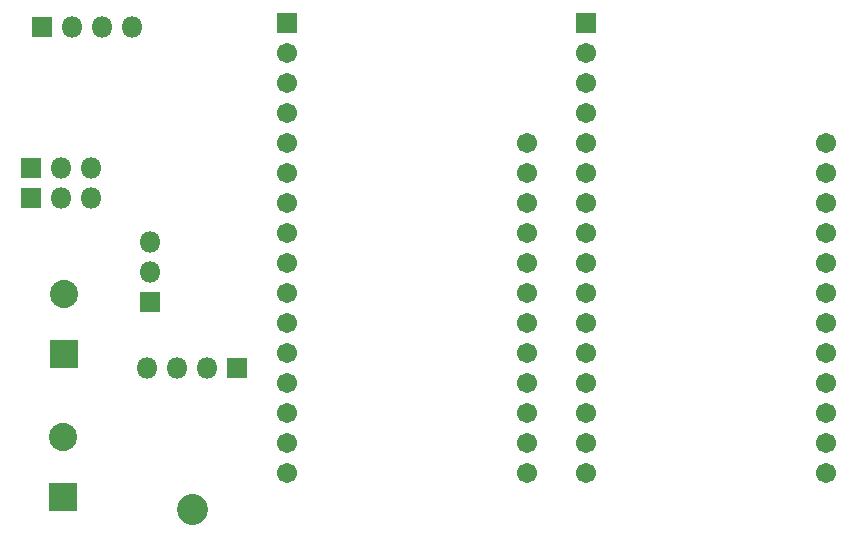
<source format=gbr>
G04 #@! TF.GenerationSoftware,KiCad,Pcbnew,(5.1.5)-3*
G04 #@! TF.CreationDate,2021-12-12T15:23:53-06:00*
G04 #@! TF.ProjectId,RCFeatherControl,52434665-6174-4686-9572-436f6e74726f,rev?*
G04 #@! TF.SameCoordinates,Original*
G04 #@! TF.FileFunction,Soldermask,Bot*
G04 #@! TF.FilePolarity,Negative*
%FSLAX46Y46*%
G04 Gerber Fmt 4.6, Leading zero omitted, Abs format (unit mm)*
G04 Created by KiCad (PCBNEW (5.1.5)-3) date 2021-12-12 15:23:53*
%MOMM*%
%LPD*%
G04 APERTURE LIST*
%ADD10C,2.602000*%
%ADD11R,1.802000X1.802000*%
%ADD12O,1.802000X1.802000*%
%ADD13C,1.702000*%
%ADD14R,1.702000X1.702000*%
%ADD15R,2.388000X2.388000*%
%ADD16C,2.388000*%
G04 APERTURE END LIST*
D10*
X133040900Y-143178160D02*
X133040900Y-143178160D01*
D11*
X136812800Y-131219160D03*
D12*
X134272800Y-131219160D03*
X131732800Y-131219160D03*
X129192800Y-131219160D03*
D13*
X141067940Y-135028940D03*
X141067940Y-132488940D03*
X141067940Y-129948940D03*
X141067940Y-127408940D03*
X141067940Y-124868940D03*
X141067940Y-122328940D03*
X141067940Y-119788940D03*
X141067940Y-117248940D03*
X141067940Y-114708940D03*
X141067940Y-112168940D03*
X141067940Y-109628940D03*
X141067940Y-107088940D03*
X141067940Y-104548940D03*
D14*
X141067940Y-102008940D03*
D13*
X161367940Y-140108940D03*
X161367940Y-137568940D03*
X161367940Y-135028940D03*
X161367940Y-132488940D03*
X161367940Y-129948940D03*
X161367940Y-127408940D03*
X161367940Y-124868940D03*
X161367940Y-122328940D03*
X161367940Y-119788940D03*
X161367940Y-117248940D03*
X161367940Y-114708940D03*
X161367940Y-112168940D03*
X141067940Y-137568940D03*
X141067940Y-140108940D03*
D15*
X122074940Y-142138400D03*
D16*
X122074940Y-137058400D03*
D13*
X166397940Y-135028940D03*
X166397940Y-132488940D03*
X166397940Y-129948940D03*
X166397940Y-127408940D03*
X166397940Y-124868940D03*
X166397940Y-122328940D03*
X166397940Y-119788940D03*
X166397940Y-117248940D03*
X166397940Y-114708940D03*
X166397940Y-112168940D03*
X166397940Y-109628940D03*
X166397940Y-107088940D03*
X166397940Y-104548940D03*
D14*
X166397940Y-102008940D03*
D13*
X186697940Y-140108940D03*
X186697940Y-137568940D03*
X186697940Y-135028940D03*
X186697940Y-132488940D03*
X186697940Y-129948940D03*
X186697940Y-127408940D03*
X186697940Y-124868940D03*
X186697940Y-122328940D03*
X186697940Y-119788940D03*
X186697940Y-117248940D03*
X186697940Y-114708940D03*
X186697940Y-112168940D03*
X166397940Y-137568940D03*
X166397940Y-140108940D03*
D11*
X119380000Y-114300000D03*
D12*
X121920000Y-114300000D03*
X124460000Y-114300000D03*
X124460000Y-116840000D03*
X121920000Y-116840000D03*
D11*
X119380000Y-116840000D03*
D15*
X122130820Y-130096260D03*
D16*
X122130820Y-125016260D03*
D11*
X120269000Y-102412800D03*
D12*
X122809000Y-102412800D03*
X125349000Y-102412800D03*
X127889000Y-102412800D03*
D11*
X129458720Y-125684280D03*
D12*
X129458720Y-123144280D03*
X129458720Y-120604280D03*
M02*

</source>
